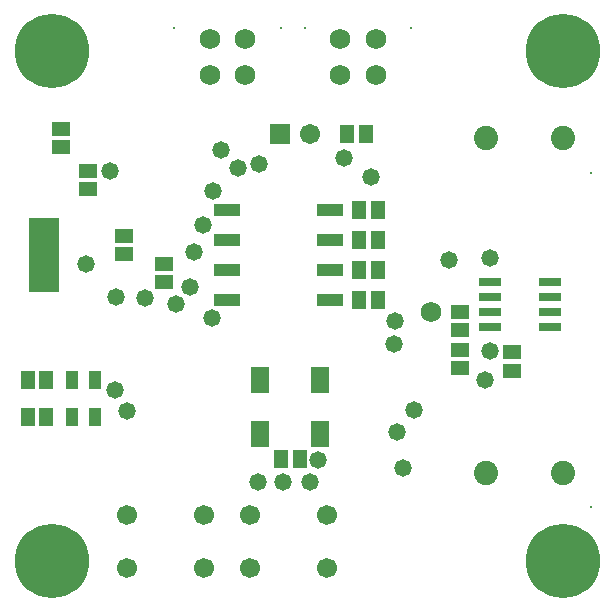
<source format=gbr>
%TF.GenerationSoftware,Altium Limited,Altium Designer,18.1.9 (240)*%
G04 Layer_Color=8388736*
%FSLAX26Y26*%
%MOIN*%
%TF.FileFunction,Soldermask,Top*%
%TF.Part,Single*%
G01*
G75*
%TA.AperFunction,NonConductor*%
%ADD40R,0.100000X0.250000*%
%TA.AperFunction,SMDPad,CuDef*%
%ADD49R,0.045402X0.061150*%
%ADD50R,0.061150X0.045402*%
%TA.AperFunction,ComponentPad*%
%ADD51C,0.068000*%
%ADD52R,0.046000X0.046000*%
%ADD53C,0.046000*%
%ADD54C,0.080835*%
%ADD55C,0.008000*%
%ADD56R,0.067055X0.067055*%
%ADD57C,0.067055*%
%ADD58C,0.066976*%
%TA.AperFunction,ViaPad*%
%ADD59C,0.058000*%
%ADD60C,0.248000*%
%TA.AperFunction,SMDPad,CuDef*%
%ADD63R,0.076898X0.031622*%
%ADD64R,0.088709X0.039496*%
%ADD65R,0.059181X0.090677*%
%ADD66R,0.043433X0.063118*%
%TA.AperFunction,ConnectorPad*%
%ADD67R,0.045402X0.061150*%
D40*
X2800000Y3339999D02*
D03*
D49*
X3651496Y2660000D02*
D03*
X3588504D02*
D03*
X3849488Y3490000D02*
D03*
X3910512D02*
D03*
X3849488Y3390000D02*
D03*
X3910512D02*
D03*
X3849488Y3190000D02*
D03*
X3910512D02*
D03*
X3849488Y3290000D02*
D03*
X3910512D02*
D03*
X3870512Y3745000D02*
D03*
X3809488D02*
D03*
D50*
X2855000Y3699488D02*
D03*
Y3760512D02*
D03*
X4360000Y3016496D02*
D03*
Y2953504D02*
D03*
X4185000Y3089488D02*
D03*
Y3150512D02*
D03*
X2945000Y3559488D02*
D03*
Y3620512D02*
D03*
X3200000Y3249488D02*
D03*
Y3310512D02*
D03*
X3065000Y3405512D02*
D03*
Y3344488D02*
D03*
X4185000Y2964488D02*
D03*
Y3025512D02*
D03*
D51*
X4090000Y3149979D02*
D03*
X3469055Y4059055D02*
D03*
Y3940945D02*
D03*
X3350945Y4059055D02*
D03*
Y3940945D02*
D03*
X3785945D02*
D03*
Y4059055D02*
D03*
X3904055Y3940945D02*
D03*
Y4059055D02*
D03*
D52*
X2825000Y3240000D02*
D03*
D53*
X2775000D02*
D03*
X2825000Y3290000D02*
D03*
X2775000D02*
D03*
X2825000Y3340000D02*
D03*
X2775000D02*
D03*
X2825000Y3390000D02*
D03*
X2775000D02*
D03*
X2825000Y3440000D02*
D03*
X2775000D02*
D03*
D54*
X4528504Y3730000D02*
D03*
X4272598D02*
D03*
Y2615000D02*
D03*
X4528504D02*
D03*
D55*
X4621024Y3615039D02*
D03*
X3587165Y4096063D02*
D03*
X3232835D02*
D03*
X3667835D02*
D03*
X4022165D02*
D03*
X4621024Y2500039D02*
D03*
D56*
X3585000Y3745000D02*
D03*
D57*
X3685000D02*
D03*
D58*
X3077047Y2473583D02*
D03*
X3332953D02*
D03*
X3077047Y2296417D02*
D03*
X3332953D02*
D03*
X3742953D02*
D03*
X3487047D02*
D03*
X3742953Y2473583D02*
D03*
X3487047D02*
D03*
D59*
X3240000Y3177057D02*
D03*
X3713303Y2655900D02*
D03*
X3515000Y3642974D02*
D03*
X4033318Y2825000D02*
D03*
X3329366Y3440000D02*
D03*
X3360000Y3130000D02*
D03*
X3135000Y3196000D02*
D03*
X3890000Y3601373D02*
D03*
X3039370Y3200000D02*
D03*
X2937614Y3312169D02*
D03*
X4285000Y3330000D02*
D03*
X3995000Y2630000D02*
D03*
X3595000Y2585536D02*
D03*
X3512362Y2585000D02*
D03*
X3975000Y2749088D02*
D03*
X3685000Y2585000D02*
D03*
X4285000Y3020000D02*
D03*
X4150000Y3325000D02*
D03*
X3362953Y3555000D02*
D03*
X3970000Y3120000D02*
D03*
X4270000Y2925000D02*
D03*
X3965000Y3045000D02*
D03*
X3390000Y3690000D02*
D03*
X3075000Y2820000D02*
D03*
X3036338Y2890000D02*
D03*
X3445000Y3631575D02*
D03*
X3017831Y3620512D02*
D03*
X3285000Y3235000D02*
D03*
X3300000Y3350000D02*
D03*
X3798117Y3665000D02*
D03*
D60*
X2825000Y4020000D02*
D03*
X4530000Y2320000D02*
D03*
Y4020000D02*
D03*
X2825000Y2320000D02*
D03*
D63*
X4485394Y3100000D02*
D03*
Y3150000D02*
D03*
Y3200000D02*
D03*
Y3250000D02*
D03*
X4284606D02*
D03*
Y3200000D02*
D03*
Y3150000D02*
D03*
Y3100000D02*
D03*
D64*
X3407756Y3490000D02*
D03*
Y3390000D02*
D03*
Y3290000D02*
D03*
Y3190000D02*
D03*
X3752244D02*
D03*
Y3290000D02*
D03*
Y3390000D02*
D03*
Y3490000D02*
D03*
D65*
X3520000Y2925551D02*
D03*
X3720000D02*
D03*
Y2744449D02*
D03*
X3520000D02*
D03*
D66*
X2892598Y2925000D02*
D03*
X2967402D02*
D03*
Y2800000D02*
D03*
X2892598D02*
D03*
D67*
X2744488Y2925000D02*
D03*
X2805512D02*
D03*
Y2800000D02*
D03*
X2744488D02*
D03*
%TF.MD5,176873828022ad89e53b802a09ae4aa2*%
M02*

</source>
